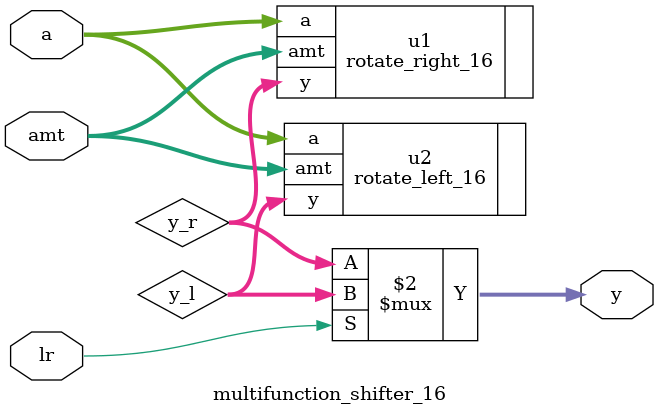
<source format=v>
`timescale 1ns / 1ps


module multifunction_shifter_16(
    input wire [15:0] a,
    input wire [3:0] amt,
    input wire lr,
    output wire [15:0] y 
    
    );
    
    
    wire [15:0] y_r, y_l;
    
    
    rotate_right_16 u1(
        .a(a),
        .amt(amt),
        .y(y_r)
    
    );
    
    rotate_left_16  u2(
        .a(a),
        .amt(amt),
        .y(y_l)
    
    );
    
    assign y = (lr == 1'b0) ? y_r : y_l;
    
    
endmodule

</source>
